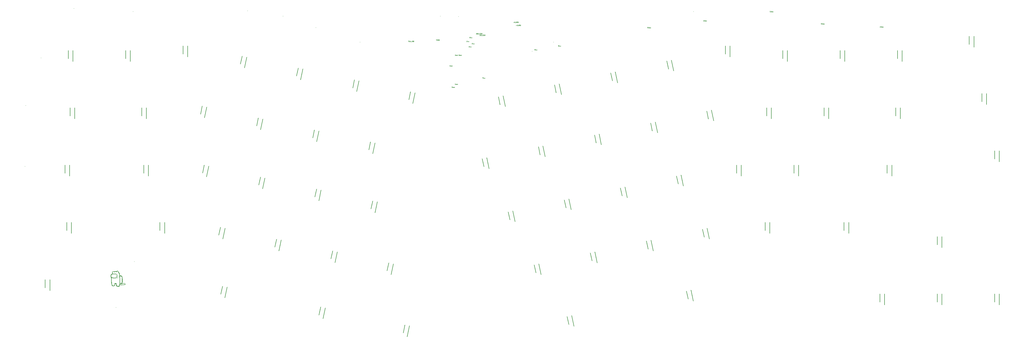
<source format=gbr>
%TF.GenerationSoftware,KiCad,Pcbnew,(6.0.7)*%
%TF.CreationDate,2022-10-19T12:52:43-04:00*%
%TF.ProjectId,main-keyboard-pcb,6d61696e-2d6b-4657-9962-6f6172642d70,1.0*%
%TF.SameCoordinates,Original*%
%TF.FileFunction,Legend,Bot*%
%TF.FilePolarity,Positive*%
%FSLAX46Y46*%
G04 Gerber Fmt 4.6, Leading zero omitted, Abs format (unit mm)*
G04 Created by KiCad (PCBNEW (6.0.7)) date 2022-10-19 12:52:43*
%MOMM*%
%LPD*%
G01*
G04 APERTURE LIST*
%ADD10C,0.075000*%
%ADD11C,0.200000*%
G04 APERTURE END LIST*
D10*
X310816571Y-89275428D02*
X310845142Y-89289714D01*
X310902285Y-89289714D01*
X310930857Y-89275428D01*
X310945142Y-89261142D01*
X310959428Y-89232571D01*
X310959428Y-89146857D01*
X310945142Y-89118285D01*
X310930857Y-89104000D01*
X310902285Y-89089714D01*
X310845142Y-89089714D01*
X310816571Y-89104000D01*
X310645142Y-89289714D02*
X310673714Y-89275428D01*
X310688000Y-89261142D01*
X310702285Y-89232571D01*
X310702285Y-89146857D01*
X310688000Y-89118285D01*
X310673714Y-89104000D01*
X310645142Y-89089714D01*
X310602285Y-89089714D01*
X310573714Y-89104000D01*
X310559428Y-89118285D01*
X310545142Y-89146857D01*
X310545142Y-89232571D01*
X310559428Y-89261142D01*
X310573714Y-89275428D01*
X310602285Y-89289714D01*
X310645142Y-89289714D01*
X310373714Y-89289714D02*
X310402285Y-89275428D01*
X310416571Y-89246857D01*
X310416571Y-88989714D01*
X310102285Y-89289714D02*
X310273714Y-89289714D01*
X310188000Y-89289714D02*
X310188000Y-88989714D01*
X310216571Y-89032571D01*
X310245142Y-89061142D01*
X310273714Y-89075428D01*
X310002285Y-88989714D02*
X309816571Y-88989714D01*
X309916571Y-89104000D01*
X309873714Y-89104000D01*
X309845142Y-89118285D01*
X309830857Y-89132571D01*
X309816571Y-89161142D01*
X309816571Y-89232571D01*
X309830857Y-89261142D01*
X309845142Y-89275428D01*
X309873714Y-89289714D01*
X309959428Y-89289714D01*
X309988000Y-89275428D01*
X310002285Y-89261142D01*
X190449142Y-99703714D02*
X190449142Y-99503714D01*
X190449142Y-99560857D02*
X190434857Y-99532285D01*
X190420571Y-99518000D01*
X190392000Y-99503714D01*
X190363428Y-99503714D01*
X190220571Y-99703714D02*
X190249142Y-99689428D01*
X190263428Y-99675142D01*
X190277714Y-99646571D01*
X190277714Y-99560857D01*
X190263428Y-99532285D01*
X190249142Y-99518000D01*
X190220571Y-99503714D01*
X190177714Y-99503714D01*
X190149142Y-99518000D01*
X190134857Y-99532285D01*
X190120571Y-99560857D01*
X190120571Y-99646571D01*
X190134857Y-99675142D01*
X190149142Y-99689428D01*
X190177714Y-99703714D01*
X190220571Y-99703714D01*
X190020571Y-99503714D02*
X189963428Y-99703714D01*
X189906285Y-99560857D01*
X189849142Y-99703714D01*
X189792000Y-99503714D01*
X189620571Y-99403714D02*
X189592000Y-99403714D01*
X189563428Y-99418000D01*
X189549142Y-99432285D01*
X189534857Y-99460857D01*
X189520571Y-99518000D01*
X189520571Y-99589428D01*
X189534857Y-99646571D01*
X189549142Y-99675142D01*
X189563428Y-99689428D01*
X189592000Y-99703714D01*
X189620571Y-99703714D01*
X189649142Y-99689428D01*
X189663428Y-99675142D01*
X189677714Y-99646571D01*
X189692000Y-99589428D01*
X189692000Y-99518000D01*
X189677714Y-99460857D01*
X189663428Y-99432285D01*
X189649142Y-99418000D01*
X189620571Y-99403714D01*
X183062857Y-94695714D02*
X183062857Y-94395714D01*
X182891428Y-94695714D01*
X182891428Y-94395714D01*
X182577142Y-94695714D02*
X182677142Y-94552857D01*
X182748571Y-94695714D02*
X182748571Y-94395714D01*
X182634285Y-94395714D01*
X182605714Y-94410000D01*
X182591428Y-94424285D01*
X182577142Y-94452857D01*
X182577142Y-94495714D01*
X182591428Y-94524285D01*
X182605714Y-94538571D01*
X182634285Y-94552857D01*
X182748571Y-94552857D01*
X182462857Y-94681428D02*
X182420000Y-94695714D01*
X182348571Y-94695714D01*
X182320000Y-94681428D01*
X182305714Y-94667142D01*
X182291428Y-94638571D01*
X182291428Y-94610000D01*
X182305714Y-94581428D01*
X182320000Y-94567142D01*
X182348571Y-94552857D01*
X182405714Y-94538571D01*
X182434285Y-94524285D01*
X182448571Y-94510000D01*
X182462857Y-94481428D01*
X182462857Y-94452857D01*
X182448571Y-94424285D01*
X182434285Y-94410000D01*
X182405714Y-94395714D01*
X182334285Y-94395714D01*
X182291428Y-94410000D01*
X182205714Y-94395714D02*
X182034285Y-94395714D01*
X182120000Y-94695714D02*
X182120000Y-94395714D01*
X194595714Y-95879428D02*
X194624285Y-95893714D01*
X194681428Y-95893714D01*
X194710000Y-95879428D01*
X194724285Y-95865142D01*
X194738571Y-95836571D01*
X194738571Y-95750857D01*
X194724285Y-95722285D01*
X194710000Y-95708000D01*
X194681428Y-95693714D01*
X194624285Y-95693714D01*
X194595714Y-95708000D01*
X194424285Y-95893714D02*
X194452857Y-95879428D01*
X194467142Y-95865142D01*
X194481428Y-95836571D01*
X194481428Y-95750857D01*
X194467142Y-95722285D01*
X194452857Y-95708000D01*
X194424285Y-95693714D01*
X194381428Y-95693714D01*
X194352857Y-95708000D01*
X194338571Y-95722285D01*
X194324285Y-95750857D01*
X194324285Y-95836571D01*
X194338571Y-95865142D01*
X194352857Y-95879428D01*
X194381428Y-95893714D01*
X194424285Y-95893714D01*
X194152857Y-95893714D02*
X194181428Y-95879428D01*
X194195714Y-95850857D01*
X194195714Y-95593714D01*
X193895714Y-95593714D02*
X194038571Y-95593714D01*
X194052857Y-95736571D01*
X194038571Y-95722285D01*
X194010000Y-95708000D01*
X193938571Y-95708000D01*
X193910000Y-95722285D01*
X193895714Y-95736571D01*
X193881428Y-95765142D01*
X193881428Y-95836571D01*
X193895714Y-95865142D01*
X193910000Y-95879428D01*
X193938571Y-95893714D01*
X194010000Y-95893714D01*
X194038571Y-95879428D01*
X194052857Y-95865142D01*
X198151714Y-107309428D02*
X198180285Y-107323714D01*
X198237428Y-107323714D01*
X198266000Y-107309428D01*
X198280285Y-107295142D01*
X198294571Y-107266571D01*
X198294571Y-107180857D01*
X198280285Y-107152285D01*
X198266000Y-107138000D01*
X198237428Y-107123714D01*
X198180285Y-107123714D01*
X198151714Y-107138000D01*
X197980285Y-107323714D02*
X198008857Y-107309428D01*
X198023142Y-107295142D01*
X198037428Y-107266571D01*
X198037428Y-107180857D01*
X198023142Y-107152285D01*
X198008857Y-107138000D01*
X197980285Y-107123714D01*
X197937428Y-107123714D01*
X197908857Y-107138000D01*
X197894571Y-107152285D01*
X197880285Y-107180857D01*
X197880285Y-107266571D01*
X197894571Y-107295142D01*
X197908857Y-107309428D01*
X197937428Y-107323714D01*
X197980285Y-107323714D01*
X197708857Y-107323714D02*
X197737428Y-107309428D01*
X197751714Y-107280857D01*
X197751714Y-107023714D01*
X197623142Y-107023714D02*
X197423142Y-107023714D01*
X197551714Y-107323714D01*
X187401142Y-103259714D02*
X187401142Y-103059714D01*
X187401142Y-103116857D02*
X187386857Y-103088285D01*
X187372571Y-103074000D01*
X187344000Y-103059714D01*
X187315428Y-103059714D01*
X187172571Y-103259714D02*
X187201142Y-103245428D01*
X187215428Y-103231142D01*
X187229714Y-103202571D01*
X187229714Y-103116857D01*
X187215428Y-103088285D01*
X187201142Y-103074000D01*
X187172571Y-103059714D01*
X187129714Y-103059714D01*
X187101142Y-103074000D01*
X187086857Y-103088285D01*
X187072571Y-103116857D01*
X187072571Y-103202571D01*
X187086857Y-103231142D01*
X187101142Y-103245428D01*
X187129714Y-103259714D01*
X187172571Y-103259714D01*
X186972571Y-103059714D02*
X186915428Y-103259714D01*
X186858285Y-103116857D01*
X186801142Y-103259714D01*
X186744000Y-103059714D01*
X186501142Y-103059714D02*
X186501142Y-103259714D01*
X186572571Y-102945428D02*
X186644000Y-103159714D01*
X186458285Y-103159714D01*
X174600285Y-94831714D02*
X174543142Y-94831714D01*
X174514571Y-94846000D01*
X174486000Y-94874571D01*
X174471714Y-94931714D01*
X174471714Y-95031714D01*
X174486000Y-95088857D01*
X174514571Y-95117428D01*
X174543142Y-95131714D01*
X174600285Y-95131714D01*
X174628857Y-95117428D01*
X174657428Y-95088857D01*
X174671714Y-95031714D01*
X174671714Y-94931714D01*
X174657428Y-94874571D01*
X174628857Y-94846000D01*
X174600285Y-94831714D01*
X174357428Y-95117428D02*
X174314571Y-95131714D01*
X174243142Y-95131714D01*
X174214571Y-95117428D01*
X174200285Y-95103142D01*
X174186000Y-95074571D01*
X174186000Y-95046000D01*
X174200285Y-95017428D01*
X174214571Y-95003142D01*
X174243142Y-94988857D01*
X174300285Y-94974571D01*
X174328857Y-94960285D01*
X174343142Y-94946000D01*
X174357428Y-94917428D01*
X174357428Y-94888857D01*
X174343142Y-94860285D01*
X174328857Y-94846000D01*
X174300285Y-94831714D01*
X174228857Y-94831714D01*
X174186000Y-94846000D01*
X173886000Y-95103142D02*
X173900285Y-95117428D01*
X173943142Y-95131714D01*
X173971714Y-95131714D01*
X174014571Y-95117428D01*
X174043142Y-95088857D01*
X174057428Y-95060285D01*
X174071714Y-95003142D01*
X174071714Y-94960285D01*
X174057428Y-94903142D01*
X174043142Y-94874571D01*
X174014571Y-94846000D01*
X173971714Y-94831714D01*
X173943142Y-94831714D01*
X173900285Y-94846000D01*
X173886000Y-94860285D01*
X173828857Y-95160285D02*
X173600285Y-95160285D01*
X173471714Y-94831714D02*
X173414571Y-94831714D01*
X173386000Y-94846000D01*
X173357428Y-94874571D01*
X173343142Y-94931714D01*
X173343142Y-95031714D01*
X173357428Y-95088857D01*
X173386000Y-95117428D01*
X173414571Y-95131714D01*
X173471714Y-95131714D01*
X173500285Y-95117428D01*
X173528857Y-95088857D01*
X173543142Y-95031714D01*
X173543142Y-94931714D01*
X173528857Y-94874571D01*
X173500285Y-94846000D01*
X173471714Y-94831714D01*
X173214571Y-94831714D02*
X173214571Y-95074571D01*
X173200285Y-95103142D01*
X173186000Y-95117428D01*
X173157428Y-95131714D01*
X173100285Y-95131714D01*
X173071714Y-95117428D01*
X173057428Y-95103142D01*
X173043142Y-95074571D01*
X173043142Y-94831714D01*
X172943142Y-94831714D02*
X172771714Y-94831714D01*
X172857428Y-95131714D02*
X172857428Y-94831714D01*
X189179142Y-99703714D02*
X189179142Y-99503714D01*
X189179142Y-99560857D02*
X189164857Y-99532285D01*
X189150571Y-99518000D01*
X189122000Y-99503714D01*
X189093428Y-99503714D01*
X188950571Y-99703714D02*
X188979142Y-99689428D01*
X188993428Y-99675142D01*
X189007714Y-99646571D01*
X189007714Y-99560857D01*
X188993428Y-99532285D01*
X188979142Y-99518000D01*
X188950571Y-99503714D01*
X188907714Y-99503714D01*
X188879142Y-99518000D01*
X188864857Y-99532285D01*
X188850571Y-99560857D01*
X188850571Y-99646571D01*
X188864857Y-99675142D01*
X188879142Y-99689428D01*
X188907714Y-99703714D01*
X188950571Y-99703714D01*
X188750571Y-99503714D02*
X188693428Y-99703714D01*
X188636285Y-99560857D01*
X188579142Y-99703714D01*
X188522000Y-99503714D01*
X188250571Y-99703714D02*
X188422000Y-99703714D01*
X188336285Y-99703714D02*
X188336285Y-99403714D01*
X188364857Y-99446571D01*
X188393428Y-99475142D01*
X188422000Y-99489428D01*
X188163142Y-110371714D02*
X188163142Y-110171714D01*
X188163142Y-110228857D02*
X188148857Y-110200285D01*
X188134571Y-110186000D01*
X188106000Y-110171714D01*
X188077428Y-110171714D01*
X187934571Y-110371714D02*
X187963142Y-110357428D01*
X187977428Y-110343142D01*
X187991714Y-110314571D01*
X187991714Y-110228857D01*
X187977428Y-110200285D01*
X187963142Y-110186000D01*
X187934571Y-110171714D01*
X187891714Y-110171714D01*
X187863142Y-110186000D01*
X187848857Y-110200285D01*
X187834571Y-110228857D01*
X187834571Y-110314571D01*
X187848857Y-110343142D01*
X187863142Y-110357428D01*
X187891714Y-110371714D01*
X187934571Y-110371714D01*
X187734571Y-110171714D02*
X187677428Y-110371714D01*
X187620285Y-110228857D01*
X187563142Y-110371714D01*
X187506000Y-110171714D01*
X187420285Y-110071714D02*
X187234571Y-110071714D01*
X187334571Y-110186000D01*
X187291714Y-110186000D01*
X187263142Y-110200285D01*
X187248857Y-110214571D01*
X187234571Y-110243142D01*
X187234571Y-110314571D01*
X187248857Y-110343142D01*
X187263142Y-110357428D01*
X187291714Y-110371714D01*
X187377428Y-110371714D01*
X187406000Y-110357428D01*
X187420285Y-110343142D01*
X192817714Y-95117428D02*
X192846285Y-95131714D01*
X192903428Y-95131714D01*
X192932000Y-95117428D01*
X192946285Y-95103142D01*
X192960571Y-95074571D01*
X192960571Y-94988857D01*
X192946285Y-94960285D01*
X192932000Y-94946000D01*
X192903428Y-94931714D01*
X192846285Y-94931714D01*
X192817714Y-94946000D01*
X192646285Y-95131714D02*
X192674857Y-95117428D01*
X192689142Y-95103142D01*
X192703428Y-95074571D01*
X192703428Y-94988857D01*
X192689142Y-94960285D01*
X192674857Y-94946000D01*
X192646285Y-94931714D01*
X192603428Y-94931714D01*
X192574857Y-94946000D01*
X192560571Y-94960285D01*
X192546285Y-94988857D01*
X192546285Y-95074571D01*
X192560571Y-95103142D01*
X192574857Y-95117428D01*
X192603428Y-95131714D01*
X192646285Y-95131714D01*
X192374857Y-95131714D02*
X192403428Y-95117428D01*
X192417714Y-95088857D01*
X192417714Y-94831714D01*
X192103428Y-95131714D02*
X192274857Y-95131714D01*
X192189142Y-95131714D02*
X192189142Y-94831714D01*
X192217714Y-94874571D01*
X192246285Y-94903142D01*
X192274857Y-94917428D01*
X271700571Y-88259428D02*
X271729142Y-88273714D01*
X271786285Y-88273714D01*
X271814857Y-88259428D01*
X271829142Y-88245142D01*
X271843428Y-88216571D01*
X271843428Y-88130857D01*
X271829142Y-88102285D01*
X271814857Y-88088000D01*
X271786285Y-88073714D01*
X271729142Y-88073714D01*
X271700571Y-88088000D01*
X271529142Y-88273714D02*
X271557714Y-88259428D01*
X271572000Y-88245142D01*
X271586285Y-88216571D01*
X271586285Y-88130857D01*
X271572000Y-88102285D01*
X271557714Y-88088000D01*
X271529142Y-88073714D01*
X271486285Y-88073714D01*
X271457714Y-88088000D01*
X271443428Y-88102285D01*
X271429142Y-88130857D01*
X271429142Y-88216571D01*
X271443428Y-88245142D01*
X271457714Y-88259428D01*
X271486285Y-88273714D01*
X271529142Y-88273714D01*
X271257714Y-88273714D02*
X271286285Y-88259428D01*
X271300571Y-88230857D01*
X271300571Y-87973714D01*
X270986285Y-88273714D02*
X271157714Y-88273714D01*
X271072000Y-88273714D02*
X271072000Y-87973714D01*
X271100571Y-88016571D01*
X271129142Y-88045142D01*
X271157714Y-88059428D01*
X270700571Y-88273714D02*
X270872000Y-88273714D01*
X270786285Y-88273714D02*
X270786285Y-87973714D01*
X270814857Y-88016571D01*
X270843428Y-88045142D01*
X270872000Y-88059428D01*
X293798571Y-85211428D02*
X293827142Y-85225714D01*
X293884285Y-85225714D01*
X293912857Y-85211428D01*
X293927142Y-85197142D01*
X293941428Y-85168571D01*
X293941428Y-85082857D01*
X293927142Y-85054285D01*
X293912857Y-85040000D01*
X293884285Y-85025714D01*
X293827142Y-85025714D01*
X293798571Y-85040000D01*
X293627142Y-85225714D02*
X293655714Y-85211428D01*
X293670000Y-85197142D01*
X293684285Y-85168571D01*
X293684285Y-85082857D01*
X293670000Y-85054285D01*
X293655714Y-85040000D01*
X293627142Y-85025714D01*
X293584285Y-85025714D01*
X293555714Y-85040000D01*
X293541428Y-85054285D01*
X293527142Y-85082857D01*
X293527142Y-85168571D01*
X293541428Y-85197142D01*
X293555714Y-85211428D01*
X293584285Y-85225714D01*
X293627142Y-85225714D01*
X293355714Y-85225714D02*
X293384285Y-85211428D01*
X293398571Y-85182857D01*
X293398571Y-84925714D01*
X293084285Y-85225714D02*
X293255714Y-85225714D01*
X293170000Y-85225714D02*
X293170000Y-84925714D01*
X293198571Y-84968571D01*
X293227142Y-84997142D01*
X293255714Y-85011428D01*
X292970000Y-84954285D02*
X292955714Y-84940000D01*
X292927142Y-84925714D01*
X292855714Y-84925714D01*
X292827142Y-84940000D01*
X292812857Y-84954285D01*
X292798571Y-84982857D01*
X292798571Y-85011428D01*
X292812857Y-85054285D01*
X292984285Y-85225714D01*
X292798571Y-85225714D01*
X209362571Y-88481714D02*
X209362571Y-88724571D01*
X209348285Y-88753142D01*
X209334000Y-88767428D01*
X209305428Y-88781714D01*
X209248285Y-88781714D01*
X209219714Y-88767428D01*
X209205428Y-88753142D01*
X209191142Y-88724571D01*
X209191142Y-88481714D01*
X209062571Y-88767428D02*
X209019714Y-88781714D01*
X208948285Y-88781714D01*
X208919714Y-88767428D01*
X208905428Y-88753142D01*
X208891142Y-88724571D01*
X208891142Y-88696000D01*
X208905428Y-88667428D01*
X208919714Y-88653142D01*
X208948285Y-88638857D01*
X209005428Y-88624571D01*
X209034000Y-88610285D01*
X209048285Y-88596000D01*
X209062571Y-88567428D01*
X209062571Y-88538857D01*
X209048285Y-88510285D01*
X209034000Y-88496000D01*
X209005428Y-88481714D01*
X208934000Y-88481714D01*
X208891142Y-88496000D01*
X208662571Y-88624571D02*
X208619714Y-88638857D01*
X208605428Y-88653142D01*
X208591142Y-88681714D01*
X208591142Y-88724571D01*
X208605428Y-88753142D01*
X208619714Y-88767428D01*
X208648285Y-88781714D01*
X208762571Y-88781714D01*
X208762571Y-88481714D01*
X208662571Y-88481714D01*
X208634000Y-88496000D01*
X208619714Y-88510285D01*
X208605428Y-88538857D01*
X208605428Y-88567428D01*
X208619714Y-88596000D01*
X208634000Y-88610285D01*
X208662571Y-88624571D01*
X208762571Y-88624571D01*
X208534000Y-88810285D02*
X208305428Y-88810285D01*
X208234000Y-88781714D02*
X208234000Y-88481714D01*
X208162571Y-88481714D01*
X208119714Y-88496000D01*
X208091142Y-88524571D01*
X208076857Y-88553142D01*
X208062571Y-88610285D01*
X208062571Y-88653142D01*
X208076857Y-88710285D01*
X208091142Y-88738857D01*
X208119714Y-88767428D01*
X208162571Y-88781714D01*
X208234000Y-88781714D01*
X207934000Y-88667428D02*
X207705428Y-88667428D01*
X207819714Y-88781714D02*
X207819714Y-88553142D01*
X210124571Y-89497714D02*
X210124571Y-89740571D01*
X210110285Y-89769142D01*
X210096000Y-89783428D01*
X210067428Y-89797714D01*
X210010285Y-89797714D01*
X209981714Y-89783428D01*
X209967428Y-89769142D01*
X209953142Y-89740571D01*
X209953142Y-89497714D01*
X209824571Y-89783428D02*
X209781714Y-89797714D01*
X209710285Y-89797714D01*
X209681714Y-89783428D01*
X209667428Y-89769142D01*
X209653142Y-89740571D01*
X209653142Y-89712000D01*
X209667428Y-89683428D01*
X209681714Y-89669142D01*
X209710285Y-89654857D01*
X209767428Y-89640571D01*
X209796000Y-89626285D01*
X209810285Y-89612000D01*
X209824571Y-89583428D01*
X209824571Y-89554857D01*
X209810285Y-89526285D01*
X209796000Y-89512000D01*
X209767428Y-89497714D01*
X209696000Y-89497714D01*
X209653142Y-89512000D01*
X209424571Y-89640571D02*
X209381714Y-89654857D01*
X209367428Y-89669142D01*
X209353142Y-89697714D01*
X209353142Y-89740571D01*
X209367428Y-89769142D01*
X209381714Y-89783428D01*
X209410285Y-89797714D01*
X209524571Y-89797714D01*
X209524571Y-89497714D01*
X209424571Y-89497714D01*
X209396000Y-89512000D01*
X209381714Y-89526285D01*
X209367428Y-89554857D01*
X209367428Y-89583428D01*
X209381714Y-89612000D01*
X209396000Y-89626285D01*
X209424571Y-89640571D01*
X209524571Y-89640571D01*
X209296000Y-89826285D02*
X209067428Y-89826285D01*
X208996000Y-89797714D02*
X208996000Y-89497714D01*
X208924571Y-89497714D01*
X208881714Y-89512000D01*
X208853142Y-89540571D01*
X208838857Y-89569142D01*
X208824571Y-89626285D01*
X208824571Y-89669142D01*
X208838857Y-89726285D01*
X208853142Y-89754857D01*
X208881714Y-89783428D01*
X208924571Y-89797714D01*
X208996000Y-89797714D01*
X208696000Y-89683428D02*
X208467428Y-89683428D01*
X223297714Y-96641428D02*
X223326285Y-96655714D01*
X223383428Y-96655714D01*
X223412000Y-96641428D01*
X223426285Y-96627142D01*
X223440571Y-96598571D01*
X223440571Y-96512857D01*
X223426285Y-96484285D01*
X223412000Y-96470000D01*
X223383428Y-96455714D01*
X223326285Y-96455714D01*
X223297714Y-96470000D01*
X223126285Y-96655714D02*
X223154857Y-96641428D01*
X223169142Y-96627142D01*
X223183428Y-96598571D01*
X223183428Y-96512857D01*
X223169142Y-96484285D01*
X223154857Y-96470000D01*
X223126285Y-96455714D01*
X223083428Y-96455714D01*
X223054857Y-96470000D01*
X223040571Y-96484285D01*
X223026285Y-96512857D01*
X223026285Y-96598571D01*
X223040571Y-96627142D01*
X223054857Y-96641428D01*
X223083428Y-96655714D01*
X223126285Y-96655714D01*
X222854857Y-96655714D02*
X222883428Y-96641428D01*
X222897714Y-96612857D01*
X222897714Y-96355714D01*
X222726285Y-96655714D02*
X222669142Y-96655714D01*
X222640571Y-96641428D01*
X222626285Y-96627142D01*
X222597714Y-96584285D01*
X222583428Y-96527142D01*
X222583428Y-96412857D01*
X222597714Y-96384285D01*
X222612000Y-96370000D01*
X222640571Y-96355714D01*
X222697714Y-96355714D01*
X222726285Y-96370000D01*
X222740571Y-96384285D01*
X222754857Y-96412857D01*
X222754857Y-96484285D01*
X222740571Y-96512857D01*
X222726285Y-96527142D01*
X222697714Y-96541428D01*
X222640571Y-96541428D01*
X222612000Y-96527142D01*
X222597714Y-96512857D01*
X222583428Y-96484285D01*
X330374571Y-90291428D02*
X330403142Y-90305714D01*
X330460285Y-90305714D01*
X330488857Y-90291428D01*
X330503142Y-90277142D01*
X330517428Y-90248571D01*
X330517428Y-90162857D01*
X330503142Y-90134285D01*
X330488857Y-90120000D01*
X330460285Y-90105714D01*
X330403142Y-90105714D01*
X330374571Y-90120000D01*
X330203142Y-90305714D02*
X330231714Y-90291428D01*
X330246000Y-90277142D01*
X330260285Y-90248571D01*
X330260285Y-90162857D01*
X330246000Y-90134285D01*
X330231714Y-90120000D01*
X330203142Y-90105714D01*
X330160285Y-90105714D01*
X330131714Y-90120000D01*
X330117428Y-90134285D01*
X330103142Y-90162857D01*
X330103142Y-90248571D01*
X330117428Y-90277142D01*
X330131714Y-90291428D01*
X330160285Y-90305714D01*
X330203142Y-90305714D01*
X329931714Y-90305714D02*
X329960285Y-90291428D01*
X329974571Y-90262857D01*
X329974571Y-90005714D01*
X329660285Y-90305714D02*
X329831714Y-90305714D01*
X329746000Y-90305714D02*
X329746000Y-90005714D01*
X329774571Y-90048571D01*
X329803142Y-90077142D01*
X329831714Y-90091428D01*
X329403142Y-90105714D02*
X329403142Y-90305714D01*
X329474571Y-89991428D02*
X329546000Y-90205714D01*
X329360285Y-90205714D01*
X198322285Y-93099714D02*
X198322285Y-92799714D01*
X198193714Y-92828285D02*
X198179428Y-92814000D01*
X198150857Y-92799714D01*
X198079428Y-92799714D01*
X198050857Y-92814000D01*
X198036571Y-92828285D01*
X198022285Y-92856857D01*
X198022285Y-92885428D01*
X198036571Y-92928285D01*
X198208000Y-93099714D01*
X198022285Y-93099714D01*
X197722285Y-93071142D02*
X197736571Y-93085428D01*
X197779428Y-93099714D01*
X197808000Y-93099714D01*
X197850857Y-93085428D01*
X197879428Y-93056857D01*
X197893714Y-93028285D01*
X197908000Y-92971142D01*
X197908000Y-92928285D01*
X197893714Y-92871142D01*
X197879428Y-92842571D01*
X197850857Y-92814000D01*
X197808000Y-92799714D01*
X197779428Y-92799714D01*
X197736571Y-92814000D01*
X197722285Y-92828285D01*
X197608000Y-92828285D02*
X197593714Y-92814000D01*
X197565142Y-92799714D01*
X197493714Y-92799714D01*
X197465142Y-92814000D01*
X197450857Y-92828285D01*
X197436571Y-92856857D01*
X197436571Y-92885428D01*
X197450857Y-92928285D01*
X197622285Y-93099714D01*
X197436571Y-93099714D01*
X197379428Y-93128285D02*
X197150857Y-93128285D01*
X197093714Y-93085428D02*
X197050857Y-93099714D01*
X196979428Y-93099714D01*
X196950857Y-93085428D01*
X196936571Y-93071142D01*
X196922285Y-93042571D01*
X196922285Y-93014000D01*
X196936571Y-92985428D01*
X196950857Y-92971142D01*
X196979428Y-92956857D01*
X197036571Y-92942571D01*
X197065142Y-92928285D01*
X197079428Y-92914000D01*
X197093714Y-92885428D01*
X197093714Y-92856857D01*
X197079428Y-92828285D01*
X197065142Y-92814000D01*
X197036571Y-92799714D01*
X196965142Y-92799714D01*
X196922285Y-92814000D01*
X196622285Y-93071142D02*
X196636571Y-93085428D01*
X196679428Y-93099714D01*
X196708000Y-93099714D01*
X196750857Y-93085428D01*
X196779428Y-93056857D01*
X196793714Y-93028285D01*
X196808000Y-92971142D01*
X196808000Y-92928285D01*
X196793714Y-92871142D01*
X196779428Y-92842571D01*
X196750857Y-92814000D01*
X196708000Y-92799714D01*
X196679428Y-92799714D01*
X196636571Y-92814000D01*
X196622285Y-92828285D01*
X196350857Y-93099714D02*
X196493714Y-93099714D01*
X196493714Y-92799714D01*
X253158571Y-90545428D02*
X253187142Y-90559714D01*
X253244285Y-90559714D01*
X253272857Y-90545428D01*
X253287142Y-90531142D01*
X253301428Y-90502571D01*
X253301428Y-90416857D01*
X253287142Y-90388285D01*
X253272857Y-90374000D01*
X253244285Y-90359714D01*
X253187142Y-90359714D01*
X253158571Y-90374000D01*
X252987142Y-90559714D02*
X253015714Y-90545428D01*
X253030000Y-90531142D01*
X253044285Y-90502571D01*
X253044285Y-90416857D01*
X253030000Y-90388285D01*
X253015714Y-90374000D01*
X252987142Y-90359714D01*
X252944285Y-90359714D01*
X252915714Y-90374000D01*
X252901428Y-90388285D01*
X252887142Y-90416857D01*
X252887142Y-90502571D01*
X252901428Y-90531142D01*
X252915714Y-90545428D01*
X252944285Y-90559714D01*
X252987142Y-90559714D01*
X252715714Y-90559714D02*
X252744285Y-90545428D01*
X252758571Y-90516857D01*
X252758571Y-90259714D01*
X252444285Y-90559714D02*
X252615714Y-90559714D01*
X252530000Y-90559714D02*
X252530000Y-90259714D01*
X252558571Y-90302571D01*
X252587142Y-90331142D01*
X252615714Y-90345428D01*
X252258571Y-90259714D02*
X252230000Y-90259714D01*
X252201428Y-90274000D01*
X252187142Y-90288285D01*
X252172857Y-90316857D01*
X252158571Y-90374000D01*
X252158571Y-90445428D01*
X252172857Y-90502571D01*
X252187142Y-90531142D01*
X252201428Y-90545428D01*
X252230000Y-90559714D01*
X252258571Y-90559714D01*
X252287142Y-90545428D01*
X252301428Y-90531142D01*
X252315714Y-90502571D01*
X252330000Y-90445428D01*
X252330000Y-90374000D01*
X252315714Y-90316857D01*
X252301428Y-90288285D01*
X252287142Y-90274000D01*
X252258571Y-90259714D01*
X193579714Y-96895428D02*
X193608285Y-96909714D01*
X193665428Y-96909714D01*
X193694000Y-96895428D01*
X193708285Y-96881142D01*
X193722571Y-96852571D01*
X193722571Y-96766857D01*
X193708285Y-96738285D01*
X193694000Y-96724000D01*
X193665428Y-96709714D01*
X193608285Y-96709714D01*
X193579714Y-96724000D01*
X193408285Y-96909714D02*
X193436857Y-96895428D01*
X193451142Y-96881142D01*
X193465428Y-96852571D01*
X193465428Y-96766857D01*
X193451142Y-96738285D01*
X193436857Y-96724000D01*
X193408285Y-96709714D01*
X193365428Y-96709714D01*
X193336857Y-96724000D01*
X193322571Y-96738285D01*
X193308285Y-96766857D01*
X193308285Y-96852571D01*
X193322571Y-96881142D01*
X193336857Y-96895428D01*
X193365428Y-96909714D01*
X193408285Y-96909714D01*
X193136857Y-96909714D02*
X193165428Y-96895428D01*
X193179714Y-96866857D01*
X193179714Y-96609714D01*
X192894000Y-96609714D02*
X192951142Y-96609714D01*
X192979714Y-96624000D01*
X192994000Y-96638285D01*
X193022571Y-96681142D01*
X193036857Y-96738285D01*
X193036857Y-96852571D01*
X193022571Y-96881142D01*
X193008285Y-96895428D01*
X192979714Y-96909714D01*
X192922571Y-96909714D01*
X192894000Y-96895428D01*
X192879714Y-96881142D01*
X192865428Y-96852571D01*
X192865428Y-96781142D01*
X192879714Y-96752571D01*
X192894000Y-96738285D01*
X192922571Y-96724000D01*
X192979714Y-96724000D01*
X193008285Y-96738285D01*
X193022571Y-96752571D01*
X193036857Y-96781142D01*
X189179142Y-109355714D02*
X189179142Y-109155714D01*
X189179142Y-109212857D02*
X189164857Y-109184285D01*
X189150571Y-109170000D01*
X189122000Y-109155714D01*
X189093428Y-109155714D01*
X188950571Y-109355714D02*
X188979142Y-109341428D01*
X188993428Y-109327142D01*
X189007714Y-109298571D01*
X189007714Y-109212857D01*
X188993428Y-109184285D01*
X188979142Y-109170000D01*
X188950571Y-109155714D01*
X188907714Y-109155714D01*
X188879142Y-109170000D01*
X188864857Y-109184285D01*
X188850571Y-109212857D01*
X188850571Y-109298571D01*
X188864857Y-109327142D01*
X188879142Y-109341428D01*
X188907714Y-109355714D01*
X188950571Y-109355714D01*
X188750571Y-109155714D02*
X188693428Y-109355714D01*
X188636285Y-109212857D01*
X188579142Y-109355714D01*
X188522000Y-109155714D01*
X188422000Y-109084285D02*
X188407714Y-109070000D01*
X188379142Y-109055714D01*
X188307714Y-109055714D01*
X188279142Y-109070000D01*
X188264857Y-109084285D01*
X188250571Y-109112857D01*
X188250571Y-109141428D01*
X188264857Y-109184285D01*
X188436285Y-109355714D01*
X188250571Y-109355714D01*
X193833714Y-93847428D02*
X193862285Y-93861714D01*
X193919428Y-93861714D01*
X193948000Y-93847428D01*
X193962285Y-93833142D01*
X193976571Y-93804571D01*
X193976571Y-93718857D01*
X193962285Y-93690285D01*
X193948000Y-93676000D01*
X193919428Y-93661714D01*
X193862285Y-93661714D01*
X193833714Y-93676000D01*
X193662285Y-93861714D02*
X193690857Y-93847428D01*
X193705142Y-93833142D01*
X193719428Y-93804571D01*
X193719428Y-93718857D01*
X193705142Y-93690285D01*
X193690857Y-93676000D01*
X193662285Y-93661714D01*
X193619428Y-93661714D01*
X193590857Y-93676000D01*
X193576571Y-93690285D01*
X193562285Y-93718857D01*
X193562285Y-93804571D01*
X193576571Y-93833142D01*
X193590857Y-93847428D01*
X193619428Y-93861714D01*
X193662285Y-93861714D01*
X193390857Y-93861714D02*
X193419428Y-93847428D01*
X193433714Y-93818857D01*
X193433714Y-93561714D01*
X193219428Y-93561714D02*
X193190857Y-93561714D01*
X193162285Y-93576000D01*
X193148000Y-93590285D01*
X193133714Y-93618857D01*
X193119428Y-93676000D01*
X193119428Y-93747428D01*
X193133714Y-93804571D01*
X193148000Y-93833142D01*
X193162285Y-93847428D01*
X193190857Y-93861714D01*
X193219428Y-93861714D01*
X193248000Y-93847428D01*
X193262285Y-93833142D01*
X193276571Y-93804571D01*
X193290857Y-93747428D01*
X193290857Y-93676000D01*
X193276571Y-93618857D01*
X193262285Y-93590285D01*
X193248000Y-93576000D01*
X193219428Y-93561714D01*
X215423714Y-97911428D02*
X215452285Y-97925714D01*
X215509428Y-97925714D01*
X215538000Y-97911428D01*
X215552285Y-97897142D01*
X215566571Y-97868571D01*
X215566571Y-97782857D01*
X215552285Y-97754285D01*
X215538000Y-97740000D01*
X215509428Y-97725714D01*
X215452285Y-97725714D01*
X215423714Y-97740000D01*
X215252285Y-97925714D02*
X215280857Y-97911428D01*
X215295142Y-97897142D01*
X215309428Y-97868571D01*
X215309428Y-97782857D01*
X215295142Y-97754285D01*
X215280857Y-97740000D01*
X215252285Y-97725714D01*
X215209428Y-97725714D01*
X215180857Y-97740000D01*
X215166571Y-97754285D01*
X215152285Y-97782857D01*
X215152285Y-97868571D01*
X215166571Y-97897142D01*
X215180857Y-97911428D01*
X215209428Y-97925714D01*
X215252285Y-97925714D01*
X214980857Y-97925714D02*
X215009428Y-97911428D01*
X215023714Y-97882857D01*
X215023714Y-97625714D01*
X214823714Y-97754285D02*
X214852285Y-97740000D01*
X214866571Y-97725714D01*
X214880857Y-97697142D01*
X214880857Y-97682857D01*
X214866571Y-97654285D01*
X214852285Y-97640000D01*
X214823714Y-97625714D01*
X214766571Y-97625714D01*
X214738000Y-97640000D01*
X214723714Y-97654285D01*
X214709428Y-97682857D01*
X214709428Y-97697142D01*
X214723714Y-97725714D01*
X214738000Y-97740000D01*
X214766571Y-97754285D01*
X214823714Y-97754285D01*
X214852285Y-97768571D01*
X214866571Y-97782857D01*
X214880857Y-97811428D01*
X214880857Y-97868571D01*
X214866571Y-97897142D01*
X214852285Y-97911428D01*
X214823714Y-97925714D01*
X214766571Y-97925714D01*
X214738000Y-97911428D01*
X214723714Y-97897142D01*
X214709428Y-97868571D01*
X214709428Y-97811428D01*
X214723714Y-97782857D01*
X214738000Y-97768571D01*
X214766571Y-97754285D01*
X197313428Y-92591714D02*
X197313428Y-92291714D01*
X197184857Y-92320285D02*
X197170571Y-92306000D01*
X197142000Y-92291714D01*
X197070571Y-92291714D01*
X197042000Y-92306000D01*
X197027714Y-92320285D01*
X197013428Y-92348857D01*
X197013428Y-92377428D01*
X197027714Y-92420285D01*
X197199142Y-92591714D01*
X197013428Y-92591714D01*
X196713428Y-92563142D02*
X196727714Y-92577428D01*
X196770571Y-92591714D01*
X196799142Y-92591714D01*
X196842000Y-92577428D01*
X196870571Y-92548857D01*
X196884857Y-92520285D01*
X196899142Y-92463142D01*
X196899142Y-92420285D01*
X196884857Y-92363142D01*
X196870571Y-92334571D01*
X196842000Y-92306000D01*
X196799142Y-92291714D01*
X196770571Y-92291714D01*
X196727714Y-92306000D01*
X196713428Y-92320285D01*
X196599142Y-92320285D02*
X196584857Y-92306000D01*
X196556285Y-92291714D01*
X196484857Y-92291714D01*
X196456285Y-92306000D01*
X196442000Y-92320285D01*
X196427714Y-92348857D01*
X196427714Y-92377428D01*
X196442000Y-92420285D01*
X196613428Y-92591714D01*
X196427714Y-92591714D01*
X196370571Y-92620285D02*
X196142000Y-92620285D01*
X196084857Y-92577428D02*
X196042000Y-92591714D01*
X195970571Y-92591714D01*
X195942000Y-92577428D01*
X195927714Y-92563142D01*
X195913428Y-92534571D01*
X195913428Y-92506000D01*
X195927714Y-92477428D01*
X195942000Y-92463142D01*
X195970571Y-92448857D01*
X196027714Y-92434571D01*
X196056285Y-92420285D01*
X196070571Y-92406000D01*
X196084857Y-92377428D01*
X196084857Y-92348857D01*
X196070571Y-92320285D01*
X196056285Y-92306000D01*
X196027714Y-92291714D01*
X195956285Y-92291714D01*
X195913428Y-92306000D01*
X195784857Y-92591714D02*
X195784857Y-92291714D01*
X195713428Y-92291714D01*
X195670571Y-92306000D01*
X195642000Y-92334571D01*
X195627714Y-92363142D01*
X195613428Y-92420285D01*
X195613428Y-92463142D01*
X195627714Y-92520285D01*
X195642000Y-92548857D01*
X195670571Y-92577428D01*
X195713428Y-92591714D01*
X195784857Y-92591714D01*
X195499142Y-92506000D02*
X195356285Y-92506000D01*
X195527714Y-92591714D02*
X195427714Y-92291714D01*
X195327714Y-92591714D01*
D11*
%TO.C,R16*%
X81414000Y-85090000D02*
G75*
G03*
X81414000Y-85090000I-50000J0D01*
G01*
%TO.C,D25*%
X161033499Y-132283308D02*
X161792376Y-128713069D01*
X159714886Y-131031805D02*
X160276247Y-128390806D01*
%TO.C,D46*%
X265705968Y-180673790D02*
X265144607Y-178032791D01*
X267419613Y-181280767D02*
X266660736Y-177710528D01*
%TO.C,D59*%
X316206650Y-100718633D02*
X316206650Y-98018633D01*
X317756650Y-101668633D02*
X317756650Y-98018633D01*
%TO.C,D13*%
X109867505Y-159387587D02*
X110428866Y-156746588D01*
X111186118Y-160639090D02*
X111944995Y-157068851D01*
%TO.C,D7*%
X84286650Y-119768633D02*
X84286650Y-117068633D01*
X85836650Y-120718633D02*
X85836650Y-117068633D01*
%TO.C,D18*%
X129819828Y-164599816D02*
X130578705Y-161029577D01*
X128501215Y-163348313D02*
X129062576Y-160707314D01*
%TO.C,R11*%
X45770000Y-116321000D02*
G75*
G03*
X45770000Y-116321000I-50000J0D01*
G01*
%TO.C,D2*%
X60476650Y-119768633D02*
X60476650Y-117068633D01*
X62026650Y-120718633D02*
X62026650Y-117068633D01*
%TO.C,D26*%
X160412553Y-150655699D02*
X160973914Y-148014700D01*
X161731166Y-151907202D02*
X162490043Y-148336963D01*
%TO.C,R14*%
X75742000Y-183472000D02*
G75*
G03*
X75742000Y-183472000I-50000J0D01*
G01*
%TO.C,D67*%
X369061599Y-182631136D02*
X369061599Y-178981136D01*
X367511599Y-181681136D02*
X367511599Y-178981136D01*
%TO.C,D41*%
X252428354Y-164020460D02*
X251866993Y-161379461D01*
X254141999Y-164627437D02*
X253383122Y-161057198D01*
%TO.C,R23*%
X213907000Y-98298000D02*
G75*
G03*
X213907000Y-98298000I-50000J0D01*
G01*
%TO.C,D57*%
X331792900Y-138818633D02*
X331792900Y-136118633D01*
X333342900Y-139768633D02*
X333342900Y-136118633D01*
%TO.C,D16*%
X123766079Y-124361854D02*
X124524956Y-120791615D01*
X122447466Y-123110351D02*
X123008827Y-120469352D01*
%TO.C,R13*%
X81838000Y-168232000D02*
G75*
G03*
X81838000Y-168232000I-50000J0D01*
G01*
%TO.C,D17*%
X124463746Y-143985748D02*
X125222623Y-140415509D01*
X123145133Y-142734245D02*
X123706494Y-140093246D01*
%TO.C,D8*%
X84986650Y-138818633D02*
X84986650Y-136118633D01*
X86536650Y-139768633D02*
X86536650Y-136118633D01*
%TO.C,D36*%
X235508288Y-168588154D02*
X234749411Y-165017915D01*
X233794643Y-167981177D02*
X233233282Y-165340178D01*
%TO.C,D64*%
X359069192Y-95956142D02*
X359069192Y-93256142D01*
X360619192Y-96906142D02*
X360619192Y-93256142D01*
%TO.C,D29*%
X174311162Y-115629938D02*
X175070039Y-112059699D01*
X172992549Y-114378435D02*
X173553910Y-111737436D01*
%TO.C,D62*%
X350011599Y-182631136D02*
X350011599Y-178981136D01*
X348461599Y-181681136D02*
X348461599Y-178981136D01*
%TO.C,D33*%
X204992561Y-116647669D02*
X204233684Y-113077430D01*
X203278916Y-116040692D02*
X202717555Y-113399693D01*
%TO.C,D12*%
X104511423Y-138773518D02*
X105072784Y-136132519D01*
X105830036Y-140025021D02*
X106588913Y-136454782D01*
%TO.C,R24*%
X221041000Y-95250000D02*
G75*
G03*
X221041000Y-95250000I-50000J0D01*
G01*
%TO.C,D45*%
X272775711Y-160666719D02*
X272016834Y-157096480D01*
X271062066Y-160059742D02*
X270500705Y-157418743D01*
%TO.C,D23*%
X144492811Y-187194253D02*
X145251688Y-183624014D01*
X143174198Y-185942750D02*
X143735559Y-183301751D01*
%TO.C,R1*%
X189525000Y-86750000D02*
G75*
G03*
X189525000Y-86750000I-50000J0D01*
G01*
%TO.C,D15*%
X117091414Y-102496282D02*
X117652775Y-99855283D01*
X118410027Y-103747785D02*
X119168904Y-100177546D01*
%TO.C,D51*%
X278106650Y-99218248D02*
X278106650Y-96518248D01*
X279656650Y-100168248D02*
X279656650Y-96518248D01*
%TO.C,D11*%
X103813756Y-119149625D02*
X104375117Y-116508626D01*
X105132369Y-120401128D02*
X105891246Y-116830889D01*
%TO.C,D42*%
X242259985Y-108726234D02*
X241501108Y-105155995D01*
X240546340Y-108119257D02*
X239984979Y-105478258D01*
%TO.C,D49*%
X281786650Y-138818633D02*
X281786650Y-136118633D01*
X283336650Y-139768633D02*
X283336650Y-136118633D01*
%TO.C,D40*%
X243809233Y-146376908D02*
X243247872Y-143735909D01*
X245522878Y-146983885D02*
X244764001Y-143413646D01*
%TO.C,R20*%
X156757000Y-95250000D02*
G75*
G03*
X156757000Y-95250000I-50000J0D01*
G01*
%TO.C,D34*%
X216556400Y-132694073D02*
X215995039Y-130053074D01*
X218270045Y-133301050D02*
X217511168Y-129730811D01*
%TO.C,D32*%
X215160931Y-171941895D02*
X214599570Y-169300896D01*
X216874576Y-172548872D02*
X216115699Y-168978633D01*
%TO.C,D65*%
X364791650Y-115956149D02*
X364791650Y-112306149D01*
X363241650Y-115006149D02*
X363241650Y-112306149D01*
%TO.C,D19*%
X137043738Y-107708503D02*
X137802615Y-104138264D01*
X135725125Y-106457000D02*
X136286486Y-103816001D01*
%TO.C,D30*%
X199636334Y-137261768D02*
X198877457Y-133691529D01*
X197922689Y-136654791D02*
X197361328Y-134013792D01*
%TO.C,D56*%
X312396650Y-120718633D02*
X312396650Y-117068633D01*
X310846650Y-119768633D02*
X310846650Y-117068633D01*
%TO.C,D4*%
X60930400Y-158818633D02*
X60930400Y-155168633D01*
X59380400Y-157868633D02*
X59380400Y-155168633D01*
%TO.C,D55*%
X298706650Y-101668633D02*
X298706650Y-98018633D01*
X297156650Y-100718633D02*
X297156650Y-98018633D01*
%TO.C,D37*%
X227822977Y-189697279D02*
X227064100Y-186127040D01*
X226109332Y-189090302D02*
X225547971Y-186449303D01*
%TO.C,D28*%
X171124771Y-191883796D02*
X171686132Y-189242797D01*
X172443384Y-193135299D02*
X173202261Y-189565060D01*
%TO.C,D54*%
X319055419Y-158818631D02*
X319055419Y-155168631D01*
X317505419Y-157868631D02*
X317505419Y-155168631D01*
%TO.C,R17*%
X119419000Y-84836000D02*
G75*
G03*
X119419000Y-84836000I-50000J0D01*
G01*
%TO.C,D27*%
X165768634Y-171269767D02*
X166329995Y-168628768D01*
X167087247Y-172521270D02*
X167846124Y-168951031D01*
%TO.C,D5*%
X53796650Y-177868633D02*
X53796650Y-174218633D01*
X52246650Y-176918633D02*
X52246650Y-174218633D01*
%TO.C,D38*%
X221912628Y-112079974D02*
X221351267Y-109438975D01*
X223626273Y-112686951D02*
X222867396Y-109116712D01*
%TO.C,D31*%
X208255455Y-154905320D02*
X207496578Y-151335081D01*
X206541810Y-154298343D02*
X205980449Y-151657344D01*
%TO.C,D22*%
X148453537Y-168560543D02*
X149212414Y-164990304D01*
X147134924Y-167309040D02*
X147696285Y-164668041D01*
%TO.C,D43*%
X253823824Y-124772638D02*
X253262463Y-122131639D01*
X255537469Y-125379615D02*
X254778592Y-121809376D01*
%TO.C,R19*%
X142120000Y-90424000D02*
G75*
G03*
X142120000Y-90424000I-50000J0D01*
G01*
%TO.C,D48*%
X272457536Y-120811920D02*
X271896175Y-118170921D01*
X274171181Y-121418897D02*
X273412304Y-117848658D01*
%TO.C,D14*%
X111883819Y-180262978D02*
X112642696Y-176692739D01*
X110565206Y-179011475D02*
X111126567Y-176370476D01*
%TO.C,R15*%
X61761000Y-84074000D02*
G75*
G03*
X61761000Y-84074000I-50000J0D01*
G01*
%TO.C,R26*%
X267523000Y-85090000D02*
G75*
G03*
X267523000Y-85090000I-50000J0D01*
G01*
%TO.C,D52*%
X291796650Y-119768633D02*
X291796650Y-117068633D01*
X293346650Y-120718633D02*
X293346650Y-117068633D01*
%TO.C,D24*%
X155677450Y-111669221D02*
X156436327Y-108098982D01*
X154358837Y-110417718D02*
X154920198Y-107776719D01*
%TO.C,D6*%
X80476650Y-101668633D02*
X80476650Y-98018633D01*
X78926650Y-100718633D02*
X78926650Y-98018633D01*
%TO.C,R12*%
X45516000Y-136546000D02*
G75*
G03*
X45516000Y-136546000I-50000J0D01*
G01*
%TO.C,D9*%
X90336650Y-157868633D02*
X90336650Y-155168633D01*
X91886650Y-158818633D02*
X91886650Y-155168633D01*
%TO.C,R18*%
X131198000Y-86614000D02*
G75*
G03*
X131198000Y-86614000I-50000J0D01*
G01*
%TO.C,R10*%
X50850000Y-100478000D02*
G75*
G03*
X50850000Y-100478000I-50000J0D01*
G01*
%TO.C,D3*%
X60342900Y-139768633D02*
X60342900Y-136118633D01*
X58792900Y-138818633D02*
X58792900Y-136118633D01*
%TO.C,D39*%
X236903757Y-129340333D02*
X236144880Y-125770094D01*
X235190112Y-128733356D02*
X234628751Y-126092357D01*
%TO.C,D61*%
X348461599Y-162631136D02*
X348461599Y-159931136D01*
X350011599Y-163581136D02*
X350011599Y-159931136D01*
%TO.C,D66*%
X367511599Y-134056152D02*
X367511599Y-131356152D01*
X369061599Y-135006152D02*
X369061599Y-131356152D01*
%TO.C,D60*%
X334666650Y-119768633D02*
X334666650Y-117068633D01*
X336216650Y-120718633D02*
X336216650Y-117068633D01*
%TO.C,D58*%
X330961599Y-182631136D02*
X330961599Y-178981136D01*
X329411599Y-181681136D02*
X329411599Y-178981136D01*
%TO.C,D50*%
X292861669Y-158818631D02*
X292861669Y-155168631D01*
X291311669Y-157868631D02*
X291311669Y-155168631D01*
%TO.C,C2*%
X183438000Y-86586000D02*
G75*
G03*
X183438000Y-86586000I-50000J0D01*
G01*
%TO.C,D63*%
X335256650Y-100718633D02*
X335256650Y-98018633D01*
X336806650Y-101668633D02*
X336806650Y-98018633D01*
%TO.C,D10*%
X97976650Y-99218248D02*
X97976650Y-96518248D01*
X99526650Y-100168248D02*
X99526650Y-96518248D01*
%TO.C,G\u002A\u002A\u002A*%
G36*
X76273849Y-173495096D02*
G01*
X76367719Y-173534208D01*
X76404785Y-173598239D01*
X76404684Y-173609138D01*
X76395115Y-173648148D01*
X76354419Y-173647257D01*
X76260771Y-173607935D01*
X76245362Y-173600577D01*
X76171646Y-173549023D01*
X76159070Y-173506924D01*
X76213689Y-173489507D01*
X76273849Y-173495096D01*
G37*
G36*
X78815491Y-175900213D02*
G01*
X78803160Y-175909575D01*
X78716394Y-175938753D01*
X78596526Y-175950755D01*
X78581973Y-175951056D01*
X78449636Y-175964510D01*
X78275749Y-175993900D01*
X78093948Y-176033678D01*
X78064733Y-176040754D01*
X77884432Y-176079063D01*
X77719533Y-176106174D01*
X77602543Y-176116601D01*
X77509834Y-176110401D01*
X77345101Y-176071404D01*
X77206615Y-176006266D01*
X77122925Y-175926312D01*
X77120747Y-175922484D01*
X77093924Y-175894929D01*
X77072954Y-175929673D01*
X77051106Y-176037101D01*
X77049926Y-176044042D01*
X77005275Y-176218984D01*
X76940072Y-176375053D01*
X76865157Y-176491025D01*
X76791372Y-176545671D01*
X76790242Y-176545937D01*
X76711166Y-176554234D01*
X76577729Y-176559035D01*
X76418179Y-176559308D01*
X76382839Y-176558642D01*
X76211273Y-176547253D01*
X76092581Y-176519198D01*
X76001102Y-176468917D01*
X75864401Y-176323101D01*
X75762675Y-176110054D01*
X75707876Y-175847118D01*
X75707583Y-175844289D01*
X75691673Y-175714161D01*
X75669365Y-175646398D01*
X75626701Y-175620660D01*
X75549726Y-175616601D01*
X75471474Y-175620850D01*
X75431098Y-175648587D01*
X75434988Y-175719241D01*
X75439825Y-175763166D01*
X75429043Y-175908553D01*
X75391415Y-176070454D01*
X75336106Y-176215562D01*
X75272281Y-176310567D01*
X75224374Y-176342464D01*
X75096661Y-176381120D01*
X74900117Y-176402144D01*
X74802465Y-176405570D01*
X74628961Y-176393172D01*
X74497183Y-176345884D01*
X74398758Y-176253999D01*
X74325313Y-176107814D01*
X74268474Y-175897623D01*
X74219868Y-175613722D01*
X74168996Y-175233867D01*
X74128660Y-174830429D01*
X74107365Y-174444055D01*
X74102570Y-174040670D01*
X74102690Y-174004185D01*
X74310575Y-174004185D01*
X74312962Y-174215774D01*
X74319852Y-174452407D01*
X74330797Y-174699131D01*
X74345347Y-174940996D01*
X74363054Y-175163050D01*
X74383469Y-175350343D01*
X74386757Y-175375294D01*
X74428944Y-175664648D01*
X74472382Y-175881113D01*
X74523095Y-176034327D01*
X74587107Y-176133928D01*
X74670441Y-176189553D01*
X74779123Y-176210842D01*
X74919176Y-176207433D01*
X74948884Y-176204509D01*
X75085269Y-176166571D01*
X75170689Y-176084291D01*
X75212346Y-175946424D01*
X75217443Y-175741724D01*
X75216677Y-175649181D01*
X75226977Y-175528843D01*
X75248054Y-175460197D01*
X75257410Y-175452223D01*
X75335791Y-175427649D01*
X75461368Y-175412193D01*
X75605846Y-175407138D01*
X75740928Y-175413772D01*
X75838320Y-175433378D01*
X75873453Y-175463365D01*
X75897615Y-175545749D01*
X75905209Y-175694051D01*
X75905223Y-175696764D01*
X75927286Y-175911484D01*
X75985238Y-176100590D01*
X76070929Y-176245077D01*
X76176207Y-176325942D01*
X76224734Y-176339623D01*
X76357118Y-176359518D01*
X76507241Y-176367340D01*
X76628634Y-176364972D01*
X76706005Y-176347842D01*
X76751635Y-176301015D01*
X76792521Y-176209560D01*
X76795230Y-176202728D01*
X76832102Y-176092708D01*
X76860935Y-175964969D01*
X76882604Y-175808571D01*
X76897986Y-175612571D01*
X76898189Y-175607555D01*
X77066468Y-175607555D01*
X77104997Y-175683917D01*
X77210246Y-175810267D01*
X77310329Y-175905326D01*
X77412238Y-175955111D01*
X77554334Y-175975340D01*
X77684333Y-175973168D01*
X77876030Y-175949547D01*
X78073094Y-175908095D01*
X78083406Y-175905428D01*
X78259429Y-175865467D01*
X78424317Y-175836925D01*
X78543615Y-175825825D01*
X78652610Y-175812722D01*
X78725745Y-175764118D01*
X78722879Y-175687001D01*
X78640807Y-175589174D01*
X78630433Y-175580489D01*
X78534408Y-175517192D01*
X78456565Y-175491006D01*
X78418010Y-175497606D01*
X78309430Y-175528682D01*
X78156904Y-175579466D01*
X77980469Y-175643535D01*
X77575035Y-175796537D01*
X77361431Y-175685715D01*
X77349683Y-175679649D01*
X77188963Y-175605296D01*
X77094508Y-175581306D01*
X77066468Y-175607555D01*
X76898189Y-175607555D01*
X76907955Y-175366027D01*
X76913389Y-175057999D01*
X76915163Y-174677543D01*
X76913438Y-174288538D01*
X76902367Y-173727040D01*
X76880956Y-173246047D01*
X76869056Y-173096011D01*
X77038133Y-173096011D01*
X77049775Y-173139702D01*
X77058400Y-173192108D01*
X77068490Y-173318851D01*
X77078615Y-173506220D01*
X77088224Y-173742242D01*
X77096767Y-174014945D01*
X77103694Y-174312359D01*
X77110782Y-174677543D01*
X77124926Y-175406310D01*
X77330437Y-175401680D01*
X77446242Y-175393078D01*
X77566632Y-175351697D01*
X77644702Y-175260947D01*
X77701670Y-175103804D01*
X77702797Y-175099498D01*
X77718763Y-174981506D01*
X77726817Y-174798413D01*
X77727371Y-174567176D01*
X77720835Y-174304749D01*
X77707621Y-174028088D01*
X77688138Y-173754148D01*
X77662798Y-173499883D01*
X77652465Y-173422975D01*
X77612637Y-173262069D01*
X77543636Y-173162171D01*
X77429748Y-173107118D01*
X77255255Y-173080747D01*
X77136611Y-173072387D01*
X77061493Y-173075175D01*
X77038133Y-173096011D01*
X76869056Y-173096011D01*
X76849080Y-172844144D01*
X76806615Y-172519914D01*
X76753438Y-172271943D01*
X76689425Y-172098815D01*
X76667150Y-172055799D01*
X76622495Y-171983894D01*
X76589719Y-171973575D01*
X76551858Y-172014438D01*
X76532059Y-172039246D01*
X76505705Y-172049624D01*
X76487454Y-172001628D01*
X76469576Y-171882901D01*
X76433818Y-171657187D01*
X76388330Y-171500699D01*
X76327950Y-171419820D01*
X76246197Y-171410588D01*
X76136592Y-171469041D01*
X75992656Y-171591214D01*
X75887718Y-171681457D01*
X75802081Y-171737201D01*
X75759649Y-171739940D01*
X75751821Y-171720569D01*
X75762384Y-171647785D01*
X75748336Y-171622602D01*
X75677037Y-171615857D01*
X75571619Y-171624630D01*
X75455355Y-171645772D01*
X75351519Y-171676135D01*
X75283384Y-171712573D01*
X75276162Y-171718944D01*
X75224375Y-171748160D01*
X75158491Y-171740742D01*
X75049284Y-171694422D01*
X75016098Y-171679803D01*
X74872876Y-171633462D01*
X74746904Y-171614075D01*
X74714162Y-171614007D01*
X74643764Y-171624903D01*
X74616135Y-171671260D01*
X74611353Y-171777029D01*
X74612172Y-171808425D01*
X74627879Y-171913286D01*
X74657263Y-171969772D01*
X74682373Y-172019586D01*
X74680326Y-172112380D01*
X74657479Y-172226615D01*
X75209530Y-172247680D01*
X75381154Y-172255514D01*
X75608836Y-172273593D01*
X75778161Y-172301683D01*
X75904738Y-172344045D01*
X76004174Y-172404941D01*
X76092076Y-172488631D01*
X76104028Y-172502573D01*
X76147404Y-172580020D01*
X76169328Y-172690528D01*
X76175393Y-172858956D01*
X76174795Y-172869026D01*
X76165230Y-173030221D01*
X76096502Y-173293890D01*
X75961637Y-173508433D01*
X75759122Y-173676820D01*
X75716737Y-173702530D01*
X75614097Y-173755982D01*
X75514934Y-173785612D01*
X75390323Y-173797885D01*
X75211339Y-173799267D01*
X75076956Y-173794208D01*
X74826512Y-173766362D01*
X74613647Y-173719594D01*
X74490423Y-173686591D01*
X74384235Y-173667389D01*
X74333070Y-173670472D01*
X74321102Y-173715941D01*
X74313138Y-173832590D01*
X74310575Y-174004185D01*
X74102690Y-174004185D01*
X74102797Y-173971801D01*
X74099216Y-173762650D01*
X74086808Y-173610455D01*
X74063111Y-173494533D01*
X74025666Y-173394200D01*
X73981273Y-173274810D01*
X73945631Y-173023178D01*
X73961635Y-172918095D01*
X74159495Y-172918095D01*
X74162290Y-173075520D01*
X74167799Y-173123332D01*
X74205563Y-173271080D01*
X74281473Y-173378511D01*
X74410544Y-173461087D01*
X74607794Y-173534272D01*
X74695329Y-173559317D01*
X74940023Y-173609899D01*
X75182794Y-173635923D01*
X75398377Y-173635472D01*
X75561510Y-173606630D01*
X75681548Y-173546440D01*
X75823614Y-173416141D01*
X75933164Y-173247560D01*
X76003911Y-173059066D01*
X76029570Y-172869026D01*
X76003852Y-172695809D01*
X75920472Y-172557784D01*
X75882674Y-172523013D01*
X75798485Y-172468213D01*
X75691730Y-172432354D01*
X75547303Y-172412804D01*
X75350098Y-172406927D01*
X75085009Y-172412089D01*
X74820294Y-172428146D01*
X74605188Y-172462603D01*
X74444865Y-172520085D01*
X74325082Y-172605817D01*
X74231591Y-172725022D01*
X74193305Y-172795278D01*
X74159495Y-172918095D01*
X73961635Y-172918095D01*
X73982804Y-172779092D01*
X74089033Y-172558810D01*
X74260558Y-172378588D01*
X74343769Y-172307364D01*
X74435837Y-172183519D01*
X74481410Y-172029661D01*
X74490638Y-171821198D01*
X74489898Y-171758894D01*
X74501070Y-171607704D01*
X74541402Y-171519513D01*
X74621926Y-171479749D01*
X74753678Y-171473842D01*
X74801197Y-171476726D01*
X74926261Y-171493950D01*
X75008688Y-171519025D01*
X75022263Y-171524963D01*
X75129061Y-171531203D01*
X75292351Y-171500382D01*
X75381818Y-171479314D01*
X75573901Y-171443216D01*
X75758316Y-171417733D01*
X75870425Y-171401692D01*
X76005338Y-171370311D01*
X76090831Y-171335374D01*
X76097060Y-171331241D01*
X76223165Y-171285682D01*
X76357166Y-171289176D01*
X76460960Y-171341131D01*
X76509030Y-171413138D01*
X76549518Y-171523578D01*
X76549532Y-171523644D01*
X76599391Y-171637694D01*
X76682108Y-171742972D01*
X76775510Y-171848913D01*
X76903505Y-172078887D01*
X76992280Y-172363025D01*
X77036321Y-172686633D01*
X77046709Y-172863891D01*
X77237318Y-172863891D01*
X77431586Y-172886768D01*
X77625168Y-172974698D01*
X77765750Y-173124919D01*
X77848242Y-173333518D01*
X77856313Y-173379470D01*
X77873036Y-173527640D01*
X77888831Y-173731166D01*
X77902684Y-173971102D01*
X77913580Y-174228499D01*
X77920507Y-174484409D01*
X77921190Y-174567176D01*
X77922449Y-174719885D01*
X77922167Y-174758913D01*
X77909714Y-175038790D01*
X77876499Y-175248601D01*
X77818696Y-175398795D01*
X77732482Y-175499816D01*
X77614029Y-175562112D01*
X77594272Y-175568890D01*
X77517559Y-175597846D01*
X77514443Y-175610396D01*
X77579877Y-175614247D01*
X77592030Y-175613896D01*
X77694692Y-175594369D01*
X77841145Y-175550910D01*
X78003902Y-175491477D01*
X78133479Y-175442378D01*
X78342010Y-175382532D01*
X78503690Y-175370274D01*
X78632802Y-175405540D01*
X78743626Y-175488269D01*
X78784705Y-175535528D01*
X78852455Y-175667852D01*
X78861139Y-175764118D01*
X78864175Y-175797772D01*
X78815491Y-175900213D01*
G37*
G36*
X76066463Y-173684844D02*
G01*
X76124612Y-173745600D01*
X76167652Y-173816268D01*
X76172708Y-173869221D01*
X76167278Y-173876895D01*
X76117418Y-173906584D01*
X76075906Y-173877071D01*
X76030452Y-173802646D01*
X76001073Y-173720203D01*
X76005138Y-173666828D01*
X76016077Y-173661628D01*
X76066463Y-173684844D01*
G37*
G36*
X76355519Y-173281082D02*
G01*
X76456546Y-173297258D01*
X76488201Y-173343530D01*
X76459027Y-173389873D01*
X76375674Y-173405481D01*
X76262219Y-173380775D01*
X76228217Y-173364900D01*
X76197150Y-173325072D01*
X76237878Y-173293695D01*
X76342224Y-173280968D01*
X76355519Y-173281082D01*
G37*
%TO.C,D47*%
X259180051Y-104158539D02*
X258618690Y-101517540D01*
X260893696Y-104765516D02*
X260134819Y-101195277D01*
%TO.C,D35*%
X225175521Y-150337625D02*
X224614160Y-147696626D01*
X226889166Y-150944602D02*
X226130289Y-147374363D01*
%TO.C,D44*%
X264156590Y-143023167D02*
X263397713Y-139452928D01*
X262442945Y-142416190D02*
X261881584Y-139775191D01*
%TO.C,D20*%
X142399789Y-128322581D02*
X143158666Y-124752342D01*
X141081176Y-127071078D02*
X141642537Y-124430079D01*
%TO.C,D1*%
X61426650Y-101668633D02*
X61426650Y-98018633D01*
X59876650Y-100718633D02*
X59876650Y-98018633D01*
%TO.C,D21*%
X143097456Y-147946475D02*
X143856333Y-144376236D01*
X141778843Y-146694972D02*
X142340204Y-144053973D01*
%TO.C,D53*%
X300836650Y-138818633D02*
X300836650Y-136118633D01*
X302386650Y-139768633D02*
X302386650Y-136118633D01*
%TD*%
M02*

</source>
